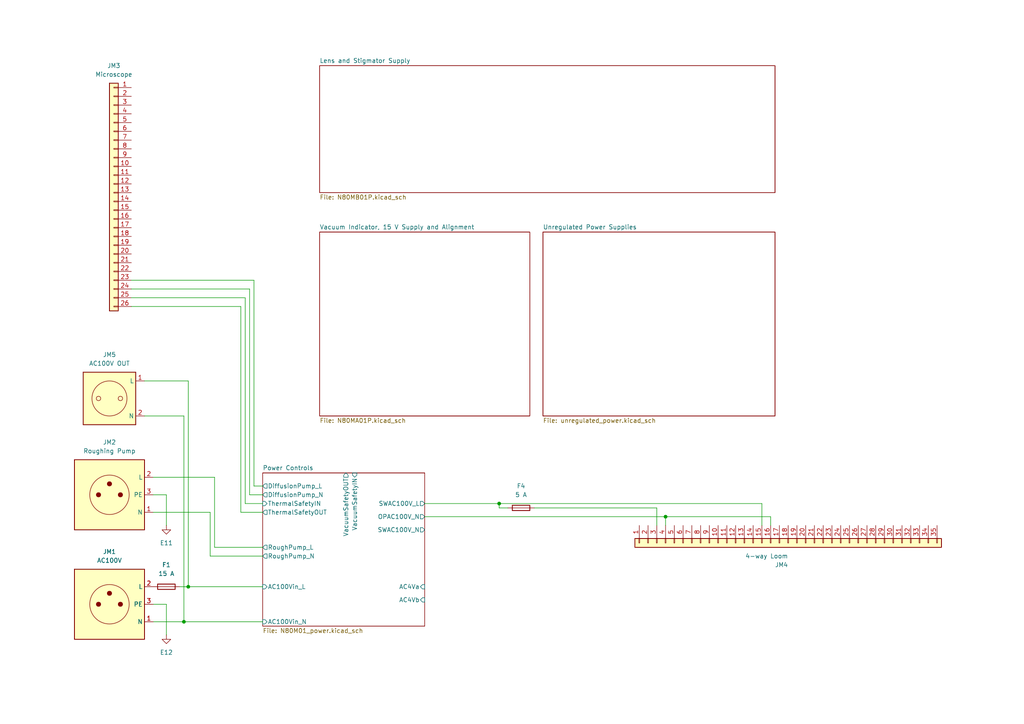
<source format=kicad_sch>
(kicad_sch (version 20250114) (generator "eeschema") (generator_version "9.0")
  (paper "A4")
  (title_block (title "N80M01"))
  (lib_symbols
    (symbol "Connector:Conn_Plug_2P"
      (property "Reference" "P" (at -7.112 8.636 0))
      (property "Value" "Conn_Plug_2P" (at 0.254 -8.89 0))
      (symbol "Conn_Plug_2P_0_1"
        (circle (center 0 0) (radius 5.08))
      )
      (symbol "Conn_Plug_2P_1_1"
        (rectangle (start -7.62 7.62) (end 7.62 -7.62) (stroke (width 0.254)) (fill (type background)))
        (circle (center -3.175 0) (radius 0.635))
        (circle (center 3.175 0) (radius 0.635))
        (pin power_in line (at 10.16 5.08 180) (length 2.54) (name "L") (number "1"))
        (pin power_out line (at 10.16 -5.08 180) (length 2.54) (name "N") (number "2"))
      )
    )
    (symbol "Connector:Conn_Receptacle_3P_Protected"
      (property "Reference" "J" (at -9.652 11.176 0))
      (property "Value" "Conn_Receptacle_3P_Protected" (at 0.254 -11.43 0))
      (symbol "Conn_Receptacle_3P_Protected_0_1"
        (circle (center 0 0) (radius 5.715))
      )
      (symbol "Conn_Receptacle_3P_Protected_1_1"
        (rectangle (start -10.16 10.16) (end 10.16 -10.16) (stroke (width 0.254)) (fill (type background)))
        (circle (center -3.175 0) (radius 0.635) (fill (type outline)))
        (circle (center 0 3.175) (radius 0.635) (fill (type outline)))
        (circle (center 3.175 0) (radius 0.635) (fill (type outline)))
        (pin power_in line (at 12.7 5.08 180) (length 2.54) (name "L") (number "2"))
        (pin power_out line (at 12.7 0 180) (length 2.54) (name "PE") (number "3"))
        (pin power_out line (at 12.7 -5.08 180) (length 2.54) (name "N") (number "1"))
      )
    )
    (symbol "Connector_Generic:Conn_01x26" (pin_names (offset 1.016) (hide yes))
      (property "Reference" "J" (at 0 33.02 0))
      (property "Value" "Conn_01x26" (at 0 -35.56 0))
      (symbol "Conn_01x26_1_1"
        (rectangle (start -1.27 31.75) (end 1.27 -34.29) (stroke (width 0.254)) (fill (type background)))
        (rectangle (start -1.27 30.607) (end 0 30.353) (stroke (width 0.1524)))
        (rectangle (start -1.27 28.067) (end 0 27.813) (stroke (width 0.1524)))
        (rectangle (start -1.27 25.527) (end 0 25.273) (stroke (width 0.1524)))
        (rectangle (start -1.27 22.987) (end 0 22.733) (stroke (width 0.1524)))
        (rectangle (start -1.27 20.447) (end 0 20.193) (stroke (width 0.1524)))
        (rectangle (start -1.27 17.907) (end 0 17.653) (stroke (width 0.1524)))
        (rectangle (start -1.27 15.367) (end 0 15.113) (stroke (width 0.1524)))
        (rectangle (start -1.27 12.827) (end 0 12.573) (stroke (width 0.1524)))
        (rectangle (start -1.27 10.287) (end 0 10.033) (stroke (width 0.1524)))
        (rectangle (start -1.27 7.747) (end 0 7.493) (stroke (width 0.1524)))
        (rectangle (start -1.27 5.207) (end 0 4.953) (stroke (width 0.1524)))
        (rectangle (start -1.27 2.667) (end 0 2.413) (stroke (width 0.1524)))
        (rectangle (start -1.27 0.127) (end 0 -0.127) (stroke (width 0.1524)))
        (rectangle (start -1.27 -2.413) (end 0 -2.667) (stroke (width 0.1524)))
        (rectangle (start -1.27 -4.953) (end 0 -5.207) (stroke (width 0.1524)))
        (rectangle (start -1.27 -7.493) (end 0 -7.747) (stroke (width 0.1524)))
        (rectangle (start -1.27 -10.033) (end 0 -10.287) (stroke (width 0.1524)))
        (rectangle (start -1.27 -12.573) (end 0 -12.827) (stroke (width 0.1524)))
        (rectangle (start -1.27 -15.113) (end 0 -15.367) (stroke (width 0.1524)))
        (rectangle (start -1.27 -17.653) (end 0 -17.907) (stroke (width 0.1524)))
        (rectangle (start -1.27 -20.193) (end 0 -20.447) (stroke (width 0.1524)))
        (rectangle (start -1.27 -22.733) (end 0 -22.987) (stroke (width 0.1524)))
        (rectangle (start -1.27 -25.273) (end 0 -25.527) (stroke (width 0.1524)))
        (rectangle (start -1.27 -27.813) (end 0 -28.067) (stroke (width 0.1524)))
        (rectangle (start -1.27 -30.353) (end 0 -30.607) (stroke (width 0.1524)))
        (rectangle (start -1.27 -32.893) (end 0 -33.147) (stroke (width 0.1524)))
        (pin passive line (at -5.08 30.48 0) (length 3.81) (name "Pin_1") (number "1"))
        (pin passive line (at -5.08 27.94 0) (length 3.81) (name "Pin_2") (number "2"))
        (pin passive line (at -5.08 25.4 0) (length 3.81) (name "Pin_3") (number "3"))
        (pin passive line (at -5.08 22.86 0) (length 3.81) (name "Pin_4") (number "4"))
        (pin passive line (at -5.08 20.32 0) (length 3.81) (name "Pin_5") (number "5"))
        (pin passive line (at -5.08 17.78 0) (length 3.81) (name "Pin_6") (number "6"))
        (pin passive line (at -5.08 15.24 0) (length 3.81) (name "Pin_7") (number "7"))
        (pin passive line (at -5.08 12.7 0) (length 3.81) (name "Pin_8") (number "8"))
        (pin passive line (at -5.08 10.16 0) (length 3.81) (name "Pin_9") (number "9"))
        (pin passive line (at -5.08 7.62 0) (length 3.81) (name "Pin_10") (number "10"))
        (pin passive line (at -5.08 5.08 0) (length 3.81) (name "Pin_11") (number "11"))
        (pin passive line (at -5.08 2.54 0) (length 3.81) (name "Pin_12") (number "12"))
        (pin passive line (at -5.08 0 0) (length 3.81) (name "Pin_13") (number "13"))
        (pin passive line (at -5.08 -2.54 0) (length 3.81) (name "Pin_14") (number "14"))
        (pin passive line (at -5.08 -5.08 0) (length 3.81) (name "Pin_15") (number "15"))
        (pin passive line (at -5.08 -7.62 0) (length 3.81) (name "Pin_16") (number "16"))
        (pin passive line (at -5.08 -10.16 0) (length 3.81) (name "Pin_17") (number "17"))
        (pin passive line (at -5.08 -12.7 0) (length 3.81) (name "Pin_18") (number "18"))
        (pin passive line (at -5.08 -15.24 0) (length 3.81) (name "Pin_19") (number "19"))
        (pin passive line (at -5.08 -17.78 0) (length 3.81) (name "Pin_20") (number "20"))
        (pin passive line (at -5.08 -20.32 0) (length 3.81) (name "Pin_21") (number "21"))
        (pin passive line (at -5.08 -22.86 0) (length 3.81) (name "Pin_22") (number "22"))
        (pin passive line (at -5.08 -25.4 0) (length 3.81) (name "Pin_23") (number "23"))
        (pin passive line (at -5.08 -27.94 0) (length 3.81) (name "Pin_24") (number "24"))
        (pin passive line (at -5.08 -30.48 0) (length 3.81) (name "Pin_25") (number "25"))
        (pin passive line (at -5.08 -33.02 0) (length 3.81) (name "Pin_26") (number "26"))
      )
    )
    (symbol "Connector_Generic:Conn_01x35" (pin_names (offset 1.016) (hide yes))
      (property "Reference" "J" (at 0 45.72 0))
      (property "Value" "Conn_01x35" (at 0 -45.72 0))
      (symbol "Conn_01x35_1_1"
        (rectangle (start -1.27 44.45) (end 1.27 -44.45) (stroke (width 0.254)) (fill (type background)))
        (rectangle (start -1.27 43.307) (end 0 43.053) (stroke (width 0.1524)))
        (rectangle (start -1.27 40.767) (end 0 40.513) (stroke (width 0.1524)))
        (rectangle (start -1.27 38.227) (end 0 37.973) (stroke (width 0.1524)))
        (rectangle (start -1.27 35.687) (end 0 35.433) (stroke (width 0.1524)))
        (rectangle (start -1.27 33.147) (end 0 32.893) (stroke (width 0.1524)))
        (rectangle (start -1.27 30.607) (end 0 30.353) (stroke (width 0.1524)))
        (rectangle (start -1.27 28.067) (end 0 27.813) (stroke (width 0.1524)))
        (rectangle (start -1.27 25.527) (end 0 25.273) (stroke (width 0.1524)))
        (rectangle (start -1.27 22.987) (end 0 22.733) (stroke (width 0.1524)))
        (rectangle (start -1.27 20.447) (end 0 20.193) (stroke (width 0.1524)))
        (rectangle (start -1.27 17.907) (end 0 17.653) (stroke (width 0.1524)))
        (rectangle (start -1.27 15.367) (end 0 15.113) (stroke (width 0.1524)))
        (rectangle (start -1.27 12.827) (end 0 12.573) (stroke (width 0.1524)))
        (rectangle (start -1.27 10.287) (end 0 10.033) (stroke (width 0.1524)))
        (rectangle (start -1.27 7.747) (end 0 7.493) (stroke (width 0.1524)))
        (rectangle (start -1.27 5.207) (end 0 4.953) (stroke (width 0.1524)))
        (rectangle (start -1.27 2.667) (end 0 2.413) (stroke (width 0.1524)))
        (rectangle (start -1.27 0.127) (end 0 -0.127) (stroke (width 0.1524)))
        (rectangle (start -1.27 -2.413) (end 0 -2.667) (stroke (width 0.1524)))
        (rectangle (start -1.27 -4.953) (end 0 -5.207) (stroke (width 0.1524)))
        (rectangle (start -1.27 -7.493) (end 0 -7.747) (stroke (width 0.1524)))
        (rectangle (start -1.27 -10.033) (end 0 -10.287) (stroke (width 0.1524)))
        (rectangle (start -1.27 -12.573) (end 0 -12.827) (stroke (width 0.1524)))
        (rectangle (start -1.27 -15.113) (end 0 -15.367) (stroke (width 0.1524)))
        (rectangle (start -1.27 -17.653) (end 0 -17.907) (stroke (width 0.1524)))
        (rectangle (start -1.27 -20.193) (end 0 -20.447) (stroke (width 0.1524)))
        (rectangle (start -1.27 -22.733) (end 0 -22.987) (stroke (width 0.1524)))
        (rectangle (start -1.27 -25.273) (end 0 -25.527) (stroke (width 0.1524)))
        (rectangle (start -1.27 -27.813) (end 0 -28.067) (stroke (width 0.1524)))
        (rectangle (start -1.27 -30.353) (end 0 -30.607) (stroke (width 0.1524)))
        (rectangle (start -1.27 -32.893) (end 0 -33.147) (stroke (width 0.1524)))
        (rectangle (start -1.27 -35.433) (end 0 -35.687) (stroke (width 0.1524)))
        (rectangle (start -1.27 -37.973) (end 0 -38.227) (stroke (width 0.1524)))
        (rectangle (start -1.27 -40.513) (end 0 -40.767) (stroke (width 0.1524)))
        (rectangle (start -1.27 -43.053) (end 0 -43.307) (stroke (width 0.1524)))
        (pin passive line (at -5.08 43.18 0) (length 3.81) (name "Pin_1") (number "1"))
        (pin passive line (at -5.08 40.64 0) (length 3.81) (name "Pin_2") (number "2"))
        (pin passive line (at -5.08 38.1 0) (length 3.81) (name "Pin_3") (number "3"))
        (pin passive line (at -5.08 35.56 0) (length 3.81) (name "Pin_4") (number "4"))
        (pin passive line (at -5.08 33.02 0) (length 3.81) (name "Pin_5") (number "5"))
        (pin passive line (at -5.08 30.48 0) (length 3.81) (name "Pin_6") (number "6"))
        (pin passive line (at -5.08 27.94 0) (length 3.81) (name "Pin_7") (number "7"))
        (pin passive line (at -5.08 25.4 0) (length 3.81) (name "Pin_8") (number "8"))
        (pin passive line (at -5.08 22.86 0) (length 3.81) (name "Pin_9") (number "9"))
        (pin passive line (at -5.08 20.32 0) (length 3.81) (name "Pin_10") (number "10"))
        (pin passive line (at -5.08 17.78 0) (length 3.81) (name "Pin_11") (number "11"))
        (pin passive line (at -5.08 15.24 0) (length 3.81) (name "Pin_12") (number "12"))
        (pin passive line (at -5.08 12.7 0) (length 3.81) (name "Pin_13") (number "13"))
        (pin passive line (at -5.08 10.16 0) (length 3.81) (name "Pin_14") (number "14"))
        (pin passive line (at -5.08 7.62 0) (length 3.81) (name "Pin_15") (number "15"))
        (pin passive line (at -5.08 5.08 0) (length 3.81) (name "Pin_16") (number "16"))
        (pin passive line (at -5.08 2.54 0) (length 3.81) (name "Pin_17") (number "17"))
        (pin passive line (at -5.08 0 0) (length 3.81) (name "Pin_18") (number "18"))
        (pin passive line (at -5.08 -2.54 0) (length 3.81) (name "Pin_19") (number "19"))
        (pin passive line (at -5.08 -5.08 0) (length 3.81) (name "Pin_20") (number "20"))
        (pin passive line (at -5.08 -7.62 0) (length 3.81) (name "Pin_21") (number "21"))
        (pin passive line (at -5.08 -10.16 0) (length 3.81) (name "Pin_22") (number "22"))
        (pin passive line (at -5.08 -12.7 0) (length 3.81) (name "Pin_23") (number "23"))
        (pin passive line (at -5.08 -15.24 0) (length 3.81) (name "Pin_24") (number "24"))
        (pin passive line (at -5.08 -17.78 0) (length 3.81) (name "Pin_25") (number "25"))
        (pin passive line (at -5.08 -20.32 0) (length 3.81) (name "Pin_26") (number "26"))
        (pin passive line (at -5.08 -22.86 0) (length 3.81) (name "Pin_27") (number "27"))
        (pin passive line (at -5.08 -25.4 0) (length 3.81) (name "Pin_28") (number "28"))
        (pin passive line (at -5.08 -27.94 0) (length 3.81) (name "Pin_29") (number "29"))
        (pin passive line (at -5.08 -30.48 0) (length 3.81) (name "Pin_30") (number "30"))
        (pin passive line (at -5.08 -33.02 0) (length 3.81) (name "Pin_31") (number "31"))
        (pin passive line (at -5.08 -35.56 0) (length 3.81) (name "Pin_32") (number "32"))
        (pin passive line (at -5.08 -38.1 0) (length 3.81) (name "Pin_33") (number "33"))
        (pin passive line (at -5.08 -40.64 0) (length 3.81) (name "Pin_34") (number "34"))
        (pin passive line (at -5.08 -43.18 0) (length 3.81) (name "Pin_35") (number "35"))
      )
    )
    (symbol "Device:Fuse" (pin_numbers (hide yes)) (pin_names (offset 0))
      (property "Reference" "F" (at 2.032 0 90))
      (property "Value" "Fuse" (at -1.905 0 90))
      (symbol "Fuse_0_1"
        (rectangle (start -0.762 -2.54) (end 0.762 2.54) (stroke (width 0.254)))
        (polyline (pts (xy 0 2.54) (xy 0 -2.54)))
      )
      (symbol "Fuse_1_1"
        (pin passive line (at 0 3.81 270) (length 1.27) (name "~") (number "1"))
        (pin passive line (at 0 -3.81 90) (length 1.27) (name "~") (number "2"))
      )
    )
    (symbol "power:GND" (power) (pin_numbers (hide yes)) (pin_names (offset 0) (hide yes))
      (property "Value" "GND" (at 0 -3.81 0))
      (symbol "GND_0_1"
        (polyline (pts (xy 0 0) (xy 0 -1.27) (xy 1.27 -1.27) (xy 0 -2.54) (xy -1.27 -1.27) (xy 0 -1.27)))
      )
      (symbol "GND_1_1"
        (pin power_in line (at 0 0 270) (length 0) (name "~") (number "1"))
      )
    )
  )
  (junction (at 53.34 180.34))
  (junction (at 54.61 170.18))
  (junction (at 144.78 146.05))
  (junction (at 193.04 149.86))
  (wire (pts (xy 44.45 175.26) (xy 48.26 175.26)))
  (wire (pts (xy 54.61 110.49) (xy 54.61 170.18)))
  (wire (pts (xy 71.12 146.05) (xy 76.2 146.05)))
  (wire (pts (xy 76.2 143.51) (xy 72.39 143.51)))
  (wire (pts (xy 44.45 180.34) (xy 53.34 180.34)))
  (wire (pts (xy 72.39 143.51) (xy 72.39 83.82)))
  (wire (pts (xy 73.66 140.97) (xy 76.2 140.97)))
  (wire (pts (xy 193.04 149.86) (xy 193.04 152.4)))
  (wire (pts (xy 62.23 138.43) (xy 62.23 158.75)))
  (wire (pts (xy 76.2 158.75) (xy 62.23 158.75)))
  (wire (pts (xy 41.91 110.49) (xy 54.61 110.49)))
  (wire (pts (xy 144.78 146.05) (xy 220.98 146.05)))
  (wire (pts (xy 54.61 170.18) (xy 76.2 170.18)))
  (wire (pts (xy 154.94 147.32) (xy 190.5 147.32)))
  (wire (pts (xy 220.98 152.4) (xy 220.98 146.05)))
  (wire (pts (xy 60.96 148.59) (xy 60.96 161.29)))
  (wire (pts (xy 38.1 81.28) (xy 73.66 81.28)))
  (wire (pts (xy 123.19 149.86) (xy 193.04 149.86)))
  (wire (pts (xy 44.45 138.43) (xy 62.23 138.43)))
  (wire (pts (xy 144.78 147.32) (xy 147.32 147.32)))
  (wire (pts (xy 72.39 83.82) (xy 38.1 83.82)))
  (wire (pts (xy 48.26 175.26) (xy 48.26 184.15)))
  (wire (pts (xy 38.1 86.36) (xy 71.12 86.36)))
  (wire (pts (xy 71.12 86.36) (xy 71.12 146.05)))
  (wire (pts (xy 48.26 143.51) (xy 48.26 152.4)))
  (wire (pts (xy 69.85 148.59) (xy 69.85 88.9)))
  (wire (pts (xy 44.45 148.59) (xy 60.96 148.59)))
  (wire (pts (xy 69.85 88.9) (xy 38.1 88.9)))
  (wire (pts (xy 53.34 120.65) (xy 53.34 180.34)))
  (wire (pts (xy 144.78 146.05) (xy 144.78 147.32)))
  (wire (pts (xy 76.2 148.59) (xy 69.85 148.59)))
  (wire (pts (xy 123.19 146.05) (xy 144.78 146.05)))
  (wire (pts (xy 60.96 161.29) (xy 76.2 161.29)))
  (wire (pts (xy 41.91 120.65) (xy 53.34 120.65)))
  (wire (pts (xy 190.5 147.32) (xy 190.5 152.4)))
  (wire (pts (xy 73.66 81.28) (xy 73.66 140.97)))
  (wire (pts (xy 52.07 170.18) (xy 54.61 170.18)))
  (wire (pts (xy 53.34 180.34) (xy 76.2 180.34)))
  (wire (pts (xy 44.45 143.51) (xy 48.26 143.51)))
  (wire (pts (xy 223.52 149.86) (xy 193.04 149.86)))
  (wire (pts (xy 223.52 152.4) (xy 223.52 149.86)))
  (symbol (lib_id "Connector:Conn_Receptacle_3P_Protected") (at 31.75 143.51 0) (unit 1)
    (property "Reference" "JM2" (at 31.75 128.27 0))
    (property "Value" "Roughing Pump" (at 31.75 130.81 0))
    (property "Description" "3 Pins protected generic receptacle" (effects (hide yes)))
  )
  (symbol (lib_id "Device:Fuse") (at 48.26 170.18 90) (unit 1)
    (property "Reference" "F1" (at 48.26 163.83 90))
    (property "Value" "15 A" (at 48.26 166.37 90))
    (property "Description" "Fuse" (effects (hide yes)))
  )
  (symbol (lib_id "Device:Fuse") (at 151.13 147.32 90) (unit 1)
    (property "Reference" "F4" (at 151.13 140.97 90))
    (property "Value" "5 A" (at 151.13 143.51 90))
    (property "Description" "Fuse" (effects (hide yes)))
  )
  (symbol (lib_id "Connector:Conn_Receptacle_3P_Protected") (at 31.75 175.26 0) (unit 1)
    (property "Reference" "JM1" (at 31.75 160.02 0))
    (property "Value" "AC100V" (at 31.75 162.56 0))
    (property "Description" "3 Pins protected generic receptacle" (effects (hide yes)))
  )
  (symbol (lib_id "power:GND") (at 48.26 184.15 0) (unit 1)
    (property "Reference" "#PWR01" (effects (hide yes)))
    (property "Value" "E12" (at 48.26 189.23 0))
    (property "Description" "Power symbol creates a global label with name \"GND\" , ground" (effects (hide yes)))
  )
  (symbol (lib_id "Connector_Generic:Conn_01x26") (at 33.02 55.88 0) (mirror y) (unit 1)
    (property "Reference" "JM3" (at 33.02 19.05 0))
    (property "Value" "Microscope" (at 33.02 21.59 0))
    (property "Description" "Generic connector, single row, 01x26, script generated (kicad-library-utils/schlib/autogen/connector/)" (effects (hide yes)))
  )
  (symbol (lib_id "power:GND") (at 48.26 152.4 0) (unit 1)
    (property "Reference" "#PWR02" (effects (hide yes)))
    (property "Value" "E11" (at 48.26 157.48 0))
    (property "Description" "Power symbol creates a global label with name \"GND\" , ground" (effects (hide yes)))
  )
  (symbol (lib_id "Connector_Generic:Conn_01x35") (at 228.6 157.48 90) (mirror x) (unit 1)
    (property "Reference" "JM4" (at 228.6 163.83 90) (effects (justify left)))
    (property "Value" "4-way Loom" (at 228.6 161.29 90) (effects (justify left)))
    (property "Description" "Generic connector, single row, 01x35, script generated (kicad-library-utils/schlib/autogen/connector/)" (effects (hide yes)))
  )
  (symbol (lib_id "Connector:Conn_Plug_2P") (at 31.75 115.57 0) (unit 1)
    (property "Reference" "JM5" (at 31.75 102.87 0))
    (property "Value" "AC100V OUT" (at 31.75 105.41 0))
    (property "Description" "2 Pins non-protected generic plug" (effects (hide yes)))
  )
  (sheet (at 92.71 67.31) (size 60.96 53.34) (stroke (width 0.1524))
    (property "Sheetname" "Vacuum Indicator, 15 V Supply and Alignment" (at 92.71 66.5984 0) (effects (justify left bottom)))
    (property "Sheetfile" "N80MA01P.kicad_sch" (at 92.71 121.2346 0) (effects (justify left top)))
  )
  (sheet (at 92.71 19.05) (size 132.08 36.83) (stroke (width 0.1524))
    (property "Sheetname" "Lens and Stigmator Supply" (at 92.71 18.3384 0) (effects (justify left bottom)))
    (property "Sheetfile" "N80MB01P.kicad_sch" (at 92.71 56.4646 0) (effects (justify left top)))
  )
  (sheet (at 76.2 137.16) (size 46.99 44.45) (stroke (width 0.1524))
    (property "Sheetname" "Power Controls" (at 76.2 136.4484 0) (effects (justify left bottom)))
    (property "Sheetfile" "N80M01_power.kicad_sch" (at 76.2 182.1946 0) (effects (justify left top)))
    (pin "AC4Va" input (at 123.19 170.18 0))
    (pin "AC4Vb" input (at 123.19 173.99 0))
    (pin "AC100Vin_L" input (at 76.2 170.18 180))
    (pin "AC100Vin_N" input (at 76.2 180.34 180))
    (pin "DiffusionPump_L" output (at 76.2 140.97 180))
    (pin "DiffusionPump_N" output (at 76.2 143.51 180))
    (pin "RoughPump_L" output (at 76.2 158.75 180))
    (pin "RoughPump_N" output (at 76.2 161.29 180))
    (pin "OPAC100V_N" output (at 123.19 149.86 0))
    (pin "SWAC100V_L" output (at 123.19 146.05 0))
    (pin "SWAC100V_N" output (at 123.19 153.67 0))
    (pin "ThermalSafetyIN" input (at 76.2 146.05 180))
    (pin "ThermalSafetyOUT" output (at 76.2 148.59 180))
    (pin "VacuumSafetyIN" input (at 102.87 137.16 90))
    (pin "VacuumSafetyOUT" output (at 100.33 137.16 90))
  )
  (sheet (at 157.48 67.31) (size 67.31 53.34) (stroke (width 0.1524))
    (property "Sheetname" "Unregulated Power Supplies" (at 157.48 66.5984 0) (effects (justify left bottom)))
    (property "Sheetfile" "unregulated_power.kicad_sch" (at 157.48 121.2346 0) (effects (justify left top)))
  )
)
</source>
